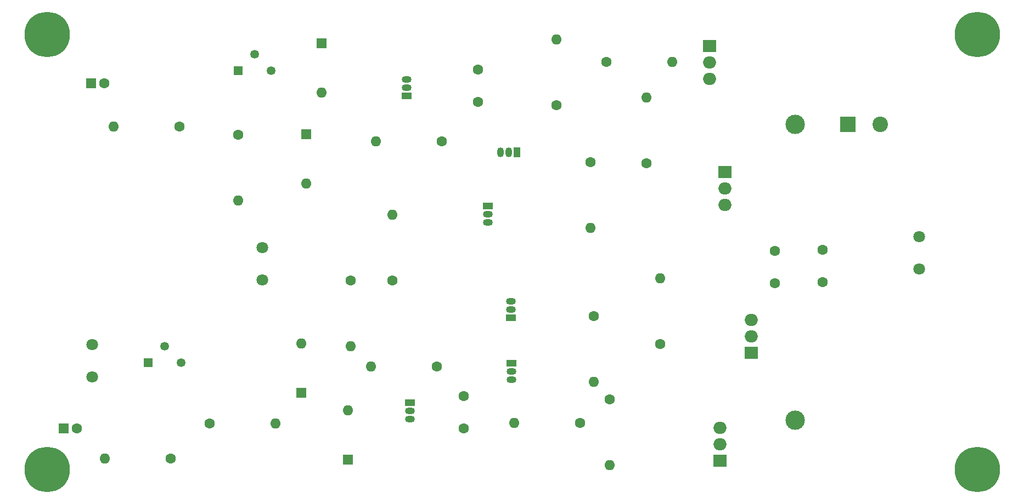
<source format=gbr>
%TF.GenerationSoftware,KiCad,Pcbnew,8.0.4*%
%TF.CreationDate,2024-09-16T18:55:14-07:00*%
%TF.ProjectId,Dorr_Amp_REV-,446f7272-5f41-46d7-905f-5245562d2e6b,-*%
%TF.SameCoordinates,Original*%
%TF.FileFunction,Soldermask,Bot*%
%TF.FilePolarity,Negative*%
%FSLAX46Y46*%
G04 Gerber Fmt 4.6, Leading zero omitted, Abs format (unit mm)*
G04 Created by KiCad (PCBNEW 8.0.4) date 2024-09-16 18:55:14*
%MOMM*%
%LPD*%
G01*
G04 APERTURE LIST*
%ADD10C,1.600000*%
%ADD11O,1.600000X1.600000*%
%ADD12C,3.000000*%
%ADD13C,7.000000*%
%ADD14C,1.803400*%
%ADD15R,1.600000X1.600000*%
%ADD16R,2.000000X1.905000*%
%ADD17O,2.000000X1.905000*%
%ADD18R,1.346200X1.346200*%
%ADD19C,1.346200*%
%ADD20R,1.500000X1.050000*%
%ADD21O,1.500000X1.050000*%
%ADD22R,1.050000X1.500000*%
%ADD23O,1.050000X1.500000*%
%ADD24R,2.400000X2.400000*%
%ADD25C,2.400000*%
G04 APERTURE END LIST*
D10*
%TO.C,R8*%
X68120000Y-127265000D03*
D11*
X78280000Y-127265000D03*
%TD*%
D10*
%TO.C,R14*%
X103980000Y-83665000D03*
D11*
X93820000Y-83665000D03*
%TD*%
D12*
%TO.C,TP1*%
X158465800Y-126764800D03*
%TD*%
D10*
%TO.C,R12*%
X72542400Y-82651600D03*
D11*
X72542400Y-92811600D03*
%TD*%
D10*
%TO.C,C1*%
X155346400Y-100598001D03*
X155346400Y-105598001D03*
%TD*%
D13*
%TO.C,H1*%
X43053000Y-67183000D03*
%TD*%
%TO.C,H3*%
X43053000Y-134366000D03*
%TD*%
D10*
%TO.C,R15*%
X126900000Y-86865000D03*
D11*
X126900000Y-97025000D03*
%TD*%
D14*
%TO.C,J3*%
X76250800Y-105079800D03*
X76250800Y-100079800D03*
%TD*%
D13*
%TO.C,H4*%
X186563000Y-134366000D03*
%TD*%
%TO.C,H2*%
X186563000Y-67183000D03*
%TD*%
D10*
%TO.C,R3*%
X127400000Y-110685000D03*
D11*
X127400000Y-120845000D03*
%TD*%
D15*
%TO.C,C3*%
X45625000Y-128016000D03*
D10*
X47625000Y-128016000D03*
%TD*%
D16*
%TO.C,Q9*%
X151700000Y-116345000D03*
D17*
X151700000Y-113805000D03*
X151700000Y-111265000D03*
%TD*%
D18*
%TO.C,R11*%
X72560000Y-72782400D03*
D19*
X75100000Y-70242400D03*
X77640000Y-72782400D03*
%TD*%
D10*
%TO.C,R2*%
X137668000Y-115036600D03*
D11*
X137668000Y-104876600D03*
%TD*%
D15*
%TO.C,C5*%
X49880800Y-74694800D03*
D10*
X51880800Y-74694800D03*
%TD*%
D20*
%TO.C,Q6*%
X98500000Y-76665000D03*
D21*
X98500000Y-75395000D03*
X98500000Y-74125000D03*
%TD*%
D15*
%TO.C,D3*%
X83000000Y-82555000D03*
D11*
X83000000Y-90175000D03*
%TD*%
D10*
%TO.C,C6*%
X109570800Y-72559800D03*
X109570800Y-77559800D03*
%TD*%
%TO.C,R10*%
X63480000Y-81365000D03*
D11*
X53320000Y-81365000D03*
%TD*%
D16*
%TO.C,Q5*%
X146862800Y-133045200D03*
D17*
X146862800Y-130505200D03*
X146862800Y-127965200D03*
%TD*%
D10*
%TO.C,C4*%
X107300000Y-123065000D03*
X107300000Y-128065000D03*
%TD*%
%TO.C,R6*%
X62080000Y-132665000D03*
D11*
X51920000Y-132665000D03*
%TD*%
D16*
%TO.C,Q10*%
X145237200Y-68935600D03*
D17*
X145237200Y-71475600D03*
X145237200Y-74015600D03*
%TD*%
D10*
%TO.C,C7*%
X162745600Y-100418201D03*
X162745600Y-105418201D03*
%TD*%
D11*
%TO.C,R16*%
X139480000Y-71365000D03*
D10*
X129320000Y-71365000D03*
%TD*%
D15*
%TO.C,D1*%
X82300000Y-122575000D03*
D11*
X82300000Y-114955000D03*
%TD*%
D10*
%TO.C,R9*%
X125280000Y-127165000D03*
D11*
X115120000Y-127165000D03*
%TD*%
D14*
%TO.C,J1*%
X177647599Y-103401500D03*
X177647599Y-98401500D03*
%TD*%
D22*
%TO.C,Q8*%
X115570000Y-85344000D03*
D23*
X114300000Y-85344000D03*
X113030000Y-85344000D03*
%TD*%
D11*
%TO.C,R18*%
X121600000Y-67885000D03*
D10*
X121600000Y-78045000D03*
%TD*%
D18*
%TO.C,R7*%
X58620000Y-117865000D03*
D19*
X61160000Y-115325000D03*
X63700000Y-117865000D03*
%TD*%
D20*
%TO.C,Q1*%
X114609200Y-110896400D03*
D21*
X114609200Y-109626400D03*
X114609200Y-108356400D03*
%TD*%
D10*
%TO.C,R17*%
X135509000Y-87020400D03*
D11*
X135509000Y-76860400D03*
%TD*%
D12*
%TO.C,TP2*%
X158465800Y-81044800D03*
%TD*%
D10*
%TO.C,R1*%
X89885800Y-105174800D03*
D11*
X89885800Y-115334800D03*
%TD*%
D20*
%TO.C,Q7*%
X111019000Y-93700600D03*
D21*
X111019000Y-94970600D03*
X111019000Y-96240600D03*
%TD*%
D14*
%TO.C,J2*%
X50007800Y-120096400D03*
X50007800Y-115096400D03*
%TD*%
D15*
%TO.C,D4*%
X85400000Y-68555000D03*
D11*
X85400000Y-76175000D03*
%TD*%
D20*
%TO.C,Q3*%
X99000000Y-124065000D03*
D21*
X99000000Y-125335000D03*
X99000000Y-126605000D03*
%TD*%
D24*
%TO.C,C8*%
X166626041Y-81065000D03*
D25*
X171626041Y-81065000D03*
%TD*%
D20*
%TO.C,Q4*%
X114727400Y-117983000D03*
D21*
X114727400Y-119253000D03*
X114727400Y-120523000D03*
%TD*%
D11*
%TO.C,R13*%
X96291400Y-94996000D03*
D10*
X96291400Y-105156000D03*
%TD*%
%TO.C,R5*%
X129890800Y-123589800D03*
D11*
X129890800Y-133749800D03*
%TD*%
D10*
%TO.C,R4*%
X103220800Y-118509800D03*
D11*
X93060800Y-118509800D03*
%TD*%
D15*
%TO.C,D2*%
X89500000Y-132875000D03*
D11*
X89500000Y-125255000D03*
%TD*%
D16*
%TO.C,Q2*%
X147655000Y-88425000D03*
D17*
X147655000Y-90965000D03*
X147655000Y-93505000D03*
%TD*%
M02*

</source>
